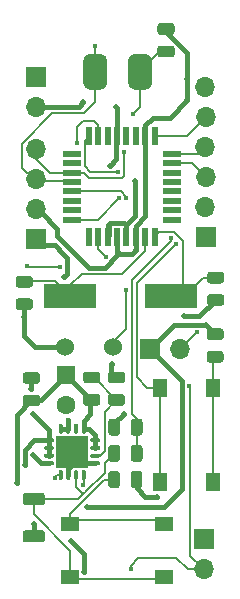
<source format=gbr>
%TF.GenerationSoftware,KiCad,Pcbnew,(5.1.10)-1*%
%TF.CreationDate,2021-06-07T16:12:12-04:00*%
%TF.ProjectId,Thermometre_IR,54686572-6d6f-46d6-9574-72655f49522e,rev?*%
%TF.SameCoordinates,Original*%
%TF.FileFunction,Copper,L1,Top*%
%TF.FilePolarity,Positive*%
%FSLAX46Y46*%
G04 Gerber Fmt 4.6, Leading zero omitted, Abs format (unit mm)*
G04 Created by KiCad (PCBNEW (5.1.10)-1) date 2021-06-07 16:12:12*
%MOMM*%
%LPD*%
G01*
G04 APERTURE LIST*
%TA.AperFunction,ComponentPad*%
%ADD10C,1.524000*%
%TD*%
%TA.AperFunction,ComponentPad*%
%ADD11C,1.600000*%
%TD*%
%TA.AperFunction,ComponentPad*%
%ADD12R,1.600000X1.600000*%
%TD*%
%TA.AperFunction,ComponentPad*%
%ADD13O,1.700000X1.700000*%
%TD*%
%TA.AperFunction,ComponentPad*%
%ADD14R,1.700000X1.700000*%
%TD*%
%TA.AperFunction,SMDPad,CuDef*%
%ADD15R,1.300000X1.550000*%
%TD*%
%TA.AperFunction,ComponentPad*%
%ADD16C,0.500000*%
%TD*%
%TA.AperFunction,SMDPad,CuDef*%
%ADD17R,2.700000X2.700000*%
%TD*%
%TA.AperFunction,SMDPad,CuDef*%
%ADD18R,1.600000X0.550000*%
%TD*%
%TA.AperFunction,SMDPad,CuDef*%
%ADD19R,0.550000X1.600000*%
%TD*%
%TA.AperFunction,SMDPad,CuDef*%
%ADD20R,1.550000X1.300000*%
%TD*%
%TA.AperFunction,SMDPad,CuDef*%
%ADD21R,4.500000X2.000000*%
%TD*%
%TA.AperFunction,ViaPad*%
%ADD22C,0.508000*%
%TD*%
%TA.AperFunction,ViaPad*%
%ADD23C,0.381000*%
%TD*%
%TA.AperFunction,Conductor*%
%ADD24C,0.203200*%
%TD*%
%TA.AperFunction,Conductor*%
%ADD25C,0.406400*%
%TD*%
G04 APERTURE END LIST*
D10*
%TO.P,J5,2*%
%TO.N,GND*%
X169082720Y-91292680D03*
%TO.P,J5,1*%
%TO.N,/D4*%
X173082720Y-91292680D03*
%TD*%
D11*
%TO.P,C10,2*%
%TO.N,GND*%
X169150000Y-96200000D03*
D12*
%TO.P,C10,1*%
%TO.N,Net-(C10-Pad1)*%
X169150000Y-93700000D03*
%TD*%
%TO.P,C11,2*%
%TO.N,GND*%
%TA.AperFunction,SMDPad,CuDef*%
G36*
G01*
X165699999Y-106825000D02*
X167100001Y-106825000D01*
G75*
G02*
X167350000Y-107074999I0J-249999D01*
G01*
X167350000Y-107625001D01*
G75*
G02*
X167100001Y-107875000I-249999J0D01*
G01*
X165699999Y-107875000D01*
G75*
G02*
X165450000Y-107625001I0J249999D01*
G01*
X165450000Y-107074999D01*
G75*
G02*
X165699999Y-106825000I249999J0D01*
G01*
G37*
%TD.AperFunction*%
%TO.P,C11,1*%
%TO.N,/Gestion_batterie_lipo/EN*%
%TA.AperFunction,SMDPad,CuDef*%
G36*
G01*
X165699999Y-103675000D02*
X167100001Y-103675000D01*
G75*
G02*
X167350000Y-103924999I0J-249999D01*
G01*
X167350000Y-104475001D01*
G75*
G02*
X167100001Y-104725000I-249999J0D01*
G01*
X165699999Y-104725000D01*
G75*
G02*
X165450000Y-104475001I0J249999D01*
G01*
X165450000Y-103924999D01*
G75*
G02*
X165699999Y-103675000I249999J0D01*
G01*
G37*
%TD.AperFunction*%
%TD*%
%TO.P,J1,2*%
%TO.N,/SDA*%
%TA.AperFunction,SMDPad,CuDef*%
G36*
G01*
X174400000Y-69028000D02*
X174400000Y-67028000D01*
G75*
G02*
X174900000Y-66528000I500000J0D01*
G01*
X175900000Y-66528000D01*
G75*
G02*
X176400000Y-67028000I0J-500000D01*
G01*
X176400000Y-69028000D01*
G75*
G02*
X175900000Y-69528000I-500000J0D01*
G01*
X174900000Y-69528000D01*
G75*
G02*
X174400000Y-69028000I0J500000D01*
G01*
G37*
%TD.AperFunction*%
%TO.P,J1,1*%
%TO.N,/SCL*%
%TA.AperFunction,SMDPad,CuDef*%
G36*
G01*
X170600000Y-69028000D02*
X170600000Y-67028000D01*
G75*
G02*
X171100000Y-66528000I500000J0D01*
G01*
X172100000Y-66528000D01*
G75*
G02*
X172600000Y-67028000I0J-500000D01*
G01*
X172600000Y-69028000D01*
G75*
G02*
X172100000Y-69528000I-500000J0D01*
G01*
X171100000Y-69528000D01*
G75*
G02*
X170600000Y-69028000I0J500000D01*
G01*
G37*
%TD.AperFunction*%
%TD*%
%TO.P,R16,2*%
%TO.N,/SDA*%
%TA.AperFunction,SMDPad,CuDef*%
G36*
G01*
X177125000Y-65800000D02*
X178075000Y-65800000D01*
G75*
G02*
X178325000Y-66050000I0J-250000D01*
G01*
X178325000Y-66550000D01*
G75*
G02*
X178075000Y-66800000I-250000J0D01*
G01*
X177125000Y-66800000D01*
G75*
G02*
X176875000Y-66550000I0J250000D01*
G01*
X176875000Y-66050000D01*
G75*
G02*
X177125000Y-65800000I250000J0D01*
G01*
G37*
%TD.AperFunction*%
%TO.P,R16,1*%
%TO.N,+5V*%
%TA.AperFunction,SMDPad,CuDef*%
G36*
G01*
X177125000Y-63900000D02*
X178075000Y-63900000D01*
G75*
G02*
X178325000Y-64150000I0J-250000D01*
G01*
X178325000Y-64650000D01*
G75*
G02*
X178075000Y-64900000I-250000J0D01*
G01*
X177125000Y-64900000D01*
G75*
G02*
X176875000Y-64650000I0J250000D01*
G01*
X176875000Y-64150000D01*
G75*
G02*
X177125000Y-63900000I250000J0D01*
G01*
G37*
%TD.AperFunction*%
%TD*%
D13*
%TO.P,J4,6*%
%TO.N,GND*%
X180900000Y-69300000D03*
%TO.P,J4,5*%
%TO.N,/SCK*%
X181000000Y-71840000D03*
%TO.P,J4,4*%
%TO.N,/Miso*%
X180900000Y-74380000D03*
%TO.P,J4,3*%
%TO.N,/Mosi*%
X181000000Y-76920000D03*
%TO.P,J4,2*%
%TO.N,/Reset*%
X180900000Y-79500000D03*
D14*
%TO.P,J4,1*%
%TO.N,+5V*%
X181000000Y-82000000D03*
%TD*%
D15*
%TO.P,SW1,2*%
%TO.N,/Reset*%
X177100000Y-94800000D03*
%TO.P,SW1,1*%
%TO.N,Net-(R1-Pad2)*%
X181600000Y-94800000D03*
X181600000Y-102760000D03*
%TO.P,SW1,2*%
%TO.N,/Reset*%
X177100000Y-102760000D03*
%TD*%
D13*
%TO.P,J7,2*%
%TO.N,GND*%
X166600000Y-71000000D03*
D14*
%TO.P,J7,1*%
%TO.N,Net-(D6-Pad2)*%
X166600000Y-68460000D03*
%TD*%
D16*
%TO.P,U2,17*%
%TO.N,GND*%
X168550000Y-101300000D03*
X168550000Y-100200000D03*
X168550000Y-99100000D03*
X169650000Y-101300000D03*
X169650000Y-100200000D03*
X169650000Y-99100000D03*
X170750000Y-101300000D03*
X170750000Y-100200000D03*
X170750000Y-99100000D03*
D17*
X169650000Y-100200000D03*
%TO.P,U2,16*%
%TO.N,Net-(C10-Pad1)*%
%TA.AperFunction,SMDPad,CuDef*%
G36*
G01*
X171287500Y-99050000D02*
X171937500Y-99050000D01*
G75*
G02*
X172025000Y-99137500I0J-87500D01*
G01*
X172025000Y-99312500D01*
G75*
G02*
X171937500Y-99400000I-87500J0D01*
G01*
X171287500Y-99400000D01*
G75*
G02*
X171200000Y-99312500I0J87500D01*
G01*
X171200000Y-99137500D01*
G75*
G02*
X171287500Y-99050000I87500J0D01*
G01*
G37*
%TD.AperFunction*%
%TO.P,U2,15*%
%TA.AperFunction,SMDPad,CuDef*%
G36*
G01*
X171287500Y-99700000D02*
X171937500Y-99700000D01*
G75*
G02*
X172025000Y-99787500I0J-87500D01*
G01*
X172025000Y-99962500D01*
G75*
G02*
X171937500Y-100050000I-87500J0D01*
G01*
X171287500Y-100050000D01*
G75*
G02*
X171200000Y-99962500I0J87500D01*
G01*
X171200000Y-99787500D01*
G75*
G02*
X171287500Y-99700000I87500J0D01*
G01*
G37*
%TD.AperFunction*%
%TO.P,U2,14*%
%TO.N,Net-(R6-Pad2)*%
%TA.AperFunction,SMDPad,CuDef*%
G36*
G01*
X171287500Y-100350000D02*
X171937500Y-100350000D01*
G75*
G02*
X172025000Y-100437500I0J-87500D01*
G01*
X172025000Y-100612500D01*
G75*
G02*
X171937500Y-100700000I-87500J0D01*
G01*
X171287500Y-100700000D01*
G75*
G02*
X171200000Y-100612500I0J87500D01*
G01*
X171200000Y-100437500D01*
G75*
G02*
X171287500Y-100350000I87500J0D01*
G01*
G37*
%TD.AperFunction*%
%TO.P,U2,13*%
%TO.N,GND*%
%TA.AperFunction,SMDPad,CuDef*%
G36*
G01*
X171287500Y-101000000D02*
X171937500Y-101000000D01*
G75*
G02*
X172025000Y-101087500I0J-87500D01*
G01*
X172025000Y-101262500D01*
G75*
G02*
X171937500Y-101350000I-87500J0D01*
G01*
X171287500Y-101350000D01*
G75*
G02*
X171200000Y-101262500I0J87500D01*
G01*
X171200000Y-101087500D01*
G75*
G02*
X171287500Y-101000000I87500J0D01*
G01*
G37*
%TD.AperFunction*%
%TO.P,U2,12*%
%TO.N,Net-(Q1-Pad1)*%
%TA.AperFunction,SMDPad,CuDef*%
G36*
G01*
X170537500Y-101750000D02*
X170712500Y-101750000D01*
G75*
G02*
X170800000Y-101837500I0J-87500D01*
G01*
X170800000Y-102487500D01*
G75*
G02*
X170712500Y-102575000I-87500J0D01*
G01*
X170537500Y-102575000D01*
G75*
G02*
X170450000Y-102487500I0J87500D01*
G01*
X170450000Y-101837500D01*
G75*
G02*
X170537500Y-101750000I87500J0D01*
G01*
G37*
%TD.AperFunction*%
%TO.P,U2,11*%
%TO.N,/Gestion_batterie_lipo/EN*%
%TA.AperFunction,SMDPad,CuDef*%
G36*
G01*
X169887500Y-101750000D02*
X170062500Y-101750000D01*
G75*
G02*
X170150000Y-101837500I0J-87500D01*
G01*
X170150000Y-102487500D01*
G75*
G02*
X170062500Y-102575000I-87500J0D01*
G01*
X169887500Y-102575000D01*
G75*
G02*
X169800000Y-102487500I0J87500D01*
G01*
X169800000Y-101837500D01*
G75*
G02*
X169887500Y-101750000I87500J0D01*
G01*
G37*
%TD.AperFunction*%
%TO.P,U2,10*%
%TO.N,GND*%
%TA.AperFunction,SMDPad,CuDef*%
G36*
G01*
X169237500Y-101750000D02*
X169412500Y-101750000D01*
G75*
G02*
X169500000Y-101837500I0J-87500D01*
G01*
X169500000Y-102487500D01*
G75*
G02*
X169412500Y-102575000I-87500J0D01*
G01*
X169237500Y-102575000D01*
G75*
G02*
X169150000Y-102487500I0J87500D01*
G01*
X169150000Y-101837500D01*
G75*
G02*
X169237500Y-101750000I87500J0D01*
G01*
G37*
%TD.AperFunction*%
%TO.P,U2,9*%
%TO.N,Net-(R2-Pad2)*%
%TA.AperFunction,SMDPad,CuDef*%
G36*
G01*
X168587500Y-101750000D02*
X168762500Y-101750000D01*
G75*
G02*
X168850000Y-101837500I0J-87500D01*
G01*
X168850000Y-102487500D01*
G75*
G02*
X168762500Y-102575000I-87500J0D01*
G01*
X168587500Y-102575000D01*
G75*
G02*
X168500000Y-102487500I0J87500D01*
G01*
X168500000Y-101837500D01*
G75*
G02*
X168587500Y-101750000I87500J0D01*
G01*
G37*
%TD.AperFunction*%
%TO.P,U2,8*%
%TO.N,+BATT*%
%TA.AperFunction,SMDPad,CuDef*%
G36*
G01*
X167362500Y-101000000D02*
X168012500Y-101000000D01*
G75*
G02*
X168100000Y-101087500I0J-87500D01*
G01*
X168100000Y-101262500D01*
G75*
G02*
X168012500Y-101350000I-87500J0D01*
G01*
X167362500Y-101350000D01*
G75*
G02*
X167275000Y-101262500I0J87500D01*
G01*
X167275000Y-101087500D01*
G75*
G02*
X167362500Y-101000000I87500J0D01*
G01*
G37*
%TD.AperFunction*%
%TO.P,U2,7*%
%TO.N,GND*%
%TA.AperFunction,SMDPad,CuDef*%
G36*
G01*
X167362500Y-100350000D02*
X168012500Y-100350000D01*
G75*
G02*
X168100000Y-100437500I0J-87500D01*
G01*
X168100000Y-100612500D01*
G75*
G02*
X168012500Y-100700000I-87500J0D01*
G01*
X167362500Y-100700000D01*
G75*
G02*
X167275000Y-100612500I0J87500D01*
G01*
X167275000Y-100437500D01*
G75*
G02*
X167362500Y-100350000I87500J0D01*
G01*
G37*
%TD.AperFunction*%
%TO.P,U2,6*%
%TA.AperFunction,SMDPad,CuDef*%
G36*
G01*
X167362500Y-99700000D02*
X168012500Y-99700000D01*
G75*
G02*
X168100000Y-99787500I0J-87500D01*
G01*
X168100000Y-99962500D01*
G75*
G02*
X168012500Y-100050000I-87500J0D01*
G01*
X167362500Y-100050000D01*
G75*
G02*
X167275000Y-99962500I0J87500D01*
G01*
X167275000Y-99787500D01*
G75*
G02*
X167362500Y-99700000I87500J0D01*
G01*
G37*
%TD.AperFunction*%
%TO.P,U2,5*%
%TA.AperFunction,SMDPad,CuDef*%
G36*
G01*
X167362500Y-99050000D02*
X168012500Y-99050000D01*
G75*
G02*
X168100000Y-99137500I0J-87500D01*
G01*
X168100000Y-99312500D01*
G75*
G02*
X168012500Y-99400000I-87500J0D01*
G01*
X167362500Y-99400000D01*
G75*
G02*
X167275000Y-99312500I0J87500D01*
G01*
X167275000Y-99137500D01*
G75*
G02*
X167362500Y-99050000I87500J0D01*
G01*
G37*
%TD.AperFunction*%
%TO.P,U2,4*%
%TO.N,Net-(L1-Pad2)*%
%TA.AperFunction,SMDPad,CuDef*%
G36*
G01*
X168587500Y-97825000D02*
X168762500Y-97825000D01*
G75*
G02*
X168850000Y-97912500I0J-87500D01*
G01*
X168850000Y-98562500D01*
G75*
G02*
X168762500Y-98650000I-87500J0D01*
G01*
X168587500Y-98650000D01*
G75*
G02*
X168500000Y-98562500I0J87500D01*
G01*
X168500000Y-97912500D01*
G75*
G02*
X168587500Y-97825000I87500J0D01*
G01*
G37*
%TD.AperFunction*%
%TO.P,U2,3*%
%TA.AperFunction,SMDPad,CuDef*%
G36*
G01*
X169237500Y-97825000D02*
X169412500Y-97825000D01*
G75*
G02*
X169500000Y-97912500I0J-87500D01*
G01*
X169500000Y-98562500D01*
G75*
G02*
X169412500Y-98650000I-87500J0D01*
G01*
X169237500Y-98650000D01*
G75*
G02*
X169150000Y-98562500I0J87500D01*
G01*
X169150000Y-97912500D01*
G75*
G02*
X169237500Y-97825000I87500J0D01*
G01*
G37*
%TD.AperFunction*%
%TO.P,U2,2*%
%TO.N,Net-(U2-Pad2)*%
%TA.AperFunction,SMDPad,CuDef*%
G36*
G01*
X169887500Y-97825000D02*
X170062500Y-97825000D01*
G75*
G02*
X170150000Y-97912500I0J-87500D01*
G01*
X170150000Y-98562500D01*
G75*
G02*
X170062500Y-98650000I-87500J0D01*
G01*
X169887500Y-98650000D01*
G75*
G02*
X169800000Y-98562500I0J87500D01*
G01*
X169800000Y-97912500D01*
G75*
G02*
X169887500Y-97825000I87500J0D01*
G01*
G37*
%TD.AperFunction*%
%TO.P,U2,1*%
%TO.N,Net-(C10-Pad1)*%
%TA.AperFunction,SMDPad,CuDef*%
G36*
G01*
X170537500Y-97825000D02*
X170712500Y-97825000D01*
G75*
G02*
X170800000Y-97912500I0J-87500D01*
G01*
X170800000Y-98562500D01*
G75*
G02*
X170712500Y-98650000I-87500J0D01*
G01*
X170537500Y-98650000D01*
G75*
G02*
X170450000Y-98562500I0J87500D01*
G01*
X170450000Y-97912500D01*
G75*
G02*
X170537500Y-97825000I87500J0D01*
G01*
G37*
%TD.AperFunction*%
%TD*%
D18*
%TO.P,U1,32*%
%TO.N,/D2_digital_io*%
X169600000Y-80550000D03*
%TO.P,U1,31*%
%TO.N,Net-(U1-Pad31)*%
X169600000Y-79750000D03*
%TO.P,U1,30*%
%TO.N,Net-(U1-Pad30)*%
X169600000Y-78950000D03*
%TO.P,U1,29*%
%TO.N,/Reset*%
X169600000Y-78150000D03*
%TO.P,U1,28*%
%TO.N,/SCL*%
X169600000Y-77350000D03*
%TO.P,U1,27*%
%TO.N,/SDA*%
X169600000Y-76550000D03*
%TO.P,U1,26*%
%TO.N,/A3*%
X169600000Y-75750000D03*
%TO.P,U1,25*%
%TO.N,/A2*%
X169600000Y-74950000D03*
D19*
%TO.P,U1,24*%
%TO.N,/A1*%
X171050000Y-73500000D03*
%TO.P,U1,23*%
%TO.N,/A0*%
X171850000Y-73500000D03*
%TO.P,U1,22*%
%TO.N,Net-(U1-Pad22)*%
X172650000Y-73500000D03*
%TO.P,U1,21*%
%TO.N,GND*%
X173450000Y-73500000D03*
%TO.P,U1,20*%
%TO.N,Net-(U1-Pad20)*%
X174250000Y-73500000D03*
%TO.P,U1,19*%
%TO.N,Net-(U1-Pad19)*%
X175050000Y-73500000D03*
%TO.P,U1,18*%
%TO.N,+5V*%
X175850000Y-73500000D03*
%TO.P,U1,17*%
%TO.N,/SCK*%
X176650000Y-73500000D03*
D18*
%TO.P,U1,16*%
%TO.N,/Miso*%
X178100000Y-74950000D03*
%TO.P,U1,15*%
%TO.N,/Mosi*%
X178100000Y-75750000D03*
%TO.P,U1,14*%
%TO.N,Net-(U1-Pad14)*%
X178100000Y-76550000D03*
%TO.P,U1,13*%
%TO.N,Net-(U1-Pad13)*%
X178100000Y-77350000D03*
%TO.P,U1,12*%
%TO.N,Net-(U1-Pad12)*%
X178100000Y-78150000D03*
%TO.P,U1,11*%
%TO.N,Net-(U1-Pad11)*%
X178100000Y-78950000D03*
%TO.P,U1,10*%
%TO.N,Net-(U1-Pad10)*%
X178100000Y-79750000D03*
%TO.P,U1,9*%
%TO.N,Net-(U1-Pad9)*%
X178100000Y-80550000D03*
D19*
%TO.P,U1,8*%
%TO.N,/XTAL2*%
X176650000Y-82000000D03*
%TO.P,U1,7*%
%TO.N,/XTAL1*%
X175850000Y-82000000D03*
%TO.P,U1,6*%
%TO.N,+5V*%
X175050000Y-82000000D03*
%TO.P,U1,5*%
%TO.N,GND*%
X174250000Y-82000000D03*
%TO.P,U1,4*%
%TO.N,+5V*%
X173450000Y-82000000D03*
%TO.P,U1,3*%
%TO.N,GND*%
X172650000Y-82000000D03*
%TO.P,U1,2*%
%TO.N,/D4*%
X171850000Y-82000000D03*
%TO.P,U1,1*%
%TO.N,/D3*%
X171050000Y-82000000D03*
%TD*%
D20*
%TO.P,SW2,2*%
%TO.N,/Gestion_batterie_lipo/EN*%
X169440000Y-110800000D03*
%TO.P,SW2,1*%
%TO.N,Net-(R4-Pad2)*%
X169440000Y-106300000D03*
X177400000Y-106300000D03*
%TO.P,SW2,2*%
%TO.N,/Gestion_batterie_lipo/EN*%
X177400000Y-110800000D03*
%TD*%
%TO.P,R14,2*%
%TO.N,GND*%
%TA.AperFunction,SMDPad,CuDef*%
G36*
G01*
X173706000Y-97632500D02*
X173706000Y-98582500D01*
G75*
G02*
X173456000Y-98832500I-250000J0D01*
G01*
X172956000Y-98832500D01*
G75*
G02*
X172706000Y-98582500I0J250000D01*
G01*
X172706000Y-97632500D01*
G75*
G02*
X172956000Y-97382500I250000J0D01*
G01*
X173456000Y-97382500D01*
G75*
G02*
X173706000Y-97632500I0J-250000D01*
G01*
G37*
%TD.AperFunction*%
%TO.P,R14,1*%
%TO.N,/A1*%
%TA.AperFunction,SMDPad,CuDef*%
G36*
G01*
X175606000Y-97632500D02*
X175606000Y-98582500D01*
G75*
G02*
X175356000Y-98832500I-250000J0D01*
G01*
X174856000Y-98832500D01*
G75*
G02*
X174606000Y-98582500I0J250000D01*
G01*
X174606000Y-97632500D01*
G75*
G02*
X174856000Y-97382500I250000J0D01*
G01*
X175356000Y-97382500D01*
G75*
G02*
X175606000Y-97632500I0J-250000D01*
G01*
G37*
%TD.AperFunction*%
%TD*%
%TO.P,R13,2*%
%TO.N,/A1*%
%TA.AperFunction,SMDPad,CuDef*%
G36*
G01*
X174606000Y-100805000D02*
X174606000Y-99855000D01*
G75*
G02*
X174856000Y-99605000I250000J0D01*
G01*
X175356000Y-99605000D01*
G75*
G02*
X175606000Y-99855000I0J-250000D01*
G01*
X175606000Y-100805000D01*
G75*
G02*
X175356000Y-101055000I-250000J0D01*
G01*
X174856000Y-101055000D01*
G75*
G02*
X174606000Y-100805000I0J250000D01*
G01*
G37*
%TD.AperFunction*%
%TO.P,R13,1*%
%TO.N,/Gestion_batterie_lipo/EN*%
%TA.AperFunction,SMDPad,CuDef*%
G36*
G01*
X172706000Y-100805000D02*
X172706000Y-99855000D01*
G75*
G02*
X172956000Y-99605000I250000J0D01*
G01*
X173456000Y-99605000D01*
G75*
G02*
X173706000Y-99855000I0J-250000D01*
G01*
X173706000Y-100805000D01*
G75*
G02*
X173456000Y-101055000I-250000J0D01*
G01*
X172956000Y-101055000D01*
G75*
G02*
X172706000Y-100805000I0J250000D01*
G01*
G37*
%TD.AperFunction*%
%TD*%
%TO.P,R7,2*%
%TO.N,GND*%
%TA.AperFunction,SMDPad,CuDef*%
G36*
G01*
X173875000Y-94400000D02*
X172925000Y-94400000D01*
G75*
G02*
X172675000Y-94150000I0J250000D01*
G01*
X172675000Y-93650000D01*
G75*
G02*
X172925000Y-93400000I250000J0D01*
G01*
X173875000Y-93400000D01*
G75*
G02*
X174125000Y-93650000I0J-250000D01*
G01*
X174125000Y-94150000D01*
G75*
G02*
X173875000Y-94400000I-250000J0D01*
G01*
G37*
%TD.AperFunction*%
%TO.P,R7,1*%
%TO.N,Net-(R6-Pad2)*%
%TA.AperFunction,SMDPad,CuDef*%
G36*
G01*
X173875000Y-96300000D02*
X172925000Y-96300000D01*
G75*
G02*
X172675000Y-96050000I0J250000D01*
G01*
X172675000Y-95550000D01*
G75*
G02*
X172925000Y-95300000I250000J0D01*
G01*
X173875000Y-95300000D01*
G75*
G02*
X174125000Y-95550000I0J-250000D01*
G01*
X174125000Y-96050000D01*
G75*
G02*
X173875000Y-96300000I-250000J0D01*
G01*
G37*
%TD.AperFunction*%
%TD*%
%TO.P,R6,2*%
%TO.N,Net-(R6-Pad2)*%
%TA.AperFunction,SMDPad,CuDef*%
G36*
G01*
X171775000Y-94400000D02*
X170825000Y-94400000D01*
G75*
G02*
X170575000Y-94150000I0J250000D01*
G01*
X170575000Y-93650000D01*
G75*
G02*
X170825000Y-93400000I250000J0D01*
G01*
X171775000Y-93400000D01*
G75*
G02*
X172025000Y-93650000I0J-250000D01*
G01*
X172025000Y-94150000D01*
G75*
G02*
X171775000Y-94400000I-250000J0D01*
G01*
G37*
%TD.AperFunction*%
%TO.P,R6,1*%
%TO.N,Net-(C10-Pad1)*%
%TA.AperFunction,SMDPad,CuDef*%
G36*
G01*
X171775000Y-96300000D02*
X170825000Y-96300000D01*
G75*
G02*
X170575000Y-96050000I0J250000D01*
G01*
X170575000Y-95550000D01*
G75*
G02*
X170825000Y-95300000I250000J0D01*
G01*
X171775000Y-95300000D01*
G75*
G02*
X172025000Y-95550000I0J-250000D01*
G01*
X172025000Y-96050000D01*
G75*
G02*
X171775000Y-96300000I-250000J0D01*
G01*
G37*
%TD.AperFunction*%
%TD*%
%TO.P,R4,2*%
%TO.N,Net-(R4-Pad2)*%
%TA.AperFunction,SMDPad,CuDef*%
G36*
G01*
X173700000Y-102075000D02*
X173700000Y-103025000D01*
G75*
G02*
X173450000Y-103275000I-250000J0D01*
G01*
X172950000Y-103275000D01*
G75*
G02*
X172700000Y-103025000I0J250000D01*
G01*
X172700000Y-102075000D01*
G75*
G02*
X172950000Y-101825000I250000J0D01*
G01*
X173450000Y-101825000D01*
G75*
G02*
X173700000Y-102075000I0J-250000D01*
G01*
G37*
%TD.AperFunction*%
%TO.P,R4,1*%
%TO.N,+BATT*%
%TA.AperFunction,SMDPad,CuDef*%
G36*
G01*
X175600000Y-102075000D02*
X175600000Y-103025000D01*
G75*
G02*
X175350000Y-103275000I-250000J0D01*
G01*
X174850000Y-103275000D01*
G75*
G02*
X174600000Y-103025000I0J250000D01*
G01*
X174600000Y-102075000D01*
G75*
G02*
X174850000Y-101825000I250000J0D01*
G01*
X175350000Y-101825000D01*
G75*
G02*
X175600000Y-102075000I0J-250000D01*
G01*
G37*
%TD.AperFunction*%
%TD*%
%TO.P,R1,2*%
%TO.N,Net-(R1-Pad2)*%
%TA.AperFunction,SMDPad,CuDef*%
G36*
G01*
X181275000Y-91650000D02*
X182225000Y-91650000D01*
G75*
G02*
X182475000Y-91900000I0J-250000D01*
G01*
X182475000Y-92400000D01*
G75*
G02*
X182225000Y-92650000I-250000J0D01*
G01*
X181275000Y-92650000D01*
G75*
G02*
X181025000Y-92400000I0J250000D01*
G01*
X181025000Y-91900000D01*
G75*
G02*
X181275000Y-91650000I250000J0D01*
G01*
G37*
%TD.AperFunction*%
%TO.P,R1,1*%
%TO.N,+5V*%
%TA.AperFunction,SMDPad,CuDef*%
G36*
G01*
X181275000Y-89750000D02*
X182225000Y-89750000D01*
G75*
G02*
X182475000Y-90000000I0J-250000D01*
G01*
X182475000Y-90500000D01*
G75*
G02*
X182225000Y-90750000I-250000J0D01*
G01*
X181275000Y-90750000D01*
G75*
G02*
X181025000Y-90500000I0J250000D01*
G01*
X181025000Y-90000000D01*
G75*
G02*
X181275000Y-89750000I250000J0D01*
G01*
G37*
%TD.AperFunction*%
%TD*%
D13*
%TO.P,J6,2*%
%TO.N,Net-(C8-Pad1)*%
X180800000Y-110140000D03*
D14*
%TO.P,J6,1*%
%TO.N,GND*%
X180800000Y-107600000D03*
%TD*%
D13*
%TO.P,J3,2*%
%TO.N,Net-(J3-Pad2)*%
X178790000Y-91500000D03*
D14*
%TO.P,J3,1*%
%TO.N,+5V*%
X176250000Y-91500000D03*
%TD*%
D13*
%TO.P,J2,4*%
%TO.N,/SDA*%
X166600000Y-74600000D03*
%TO.P,J2,3*%
%TO.N,/SCL*%
X166600000Y-77140000D03*
%TO.P,J2,2*%
%TO.N,+5V*%
X166600000Y-79680000D03*
D14*
%TO.P,J2,1*%
%TO.N,GND*%
X166600000Y-82220000D03*
%TD*%
%TO.P,C9,2*%
%TO.N,GND*%
%TA.AperFunction,SMDPad,CuDef*%
G36*
G01*
X166675000Y-94450000D02*
X165725000Y-94450000D01*
G75*
G02*
X165475000Y-94200000I0J250000D01*
G01*
X165475000Y-93700000D01*
G75*
G02*
X165725000Y-93450000I250000J0D01*
G01*
X166675000Y-93450000D01*
G75*
G02*
X166925000Y-93700000I0J-250000D01*
G01*
X166925000Y-94200000D01*
G75*
G02*
X166675000Y-94450000I-250000J0D01*
G01*
G37*
%TD.AperFunction*%
%TO.P,C9,1*%
%TO.N,Net-(C10-Pad1)*%
%TA.AperFunction,SMDPad,CuDef*%
G36*
G01*
X166675000Y-96350000D02*
X165725000Y-96350000D01*
G75*
G02*
X165475000Y-96100000I0J250000D01*
G01*
X165475000Y-95600000D01*
G75*
G02*
X165725000Y-95350000I250000J0D01*
G01*
X166675000Y-95350000D01*
G75*
G02*
X166925000Y-95600000I0J-250000D01*
G01*
X166925000Y-96100000D01*
G75*
G02*
X166675000Y-96350000I-250000J0D01*
G01*
G37*
%TD.AperFunction*%
%TD*%
%TO.P,C2,2*%
%TO.N,GND*%
%TA.AperFunction,SMDPad,CuDef*%
G36*
G01*
X181325000Y-86850000D02*
X182275000Y-86850000D01*
G75*
G02*
X182525000Y-87100000I0J-250000D01*
G01*
X182525000Y-87600000D01*
G75*
G02*
X182275000Y-87850000I-250000J0D01*
G01*
X181325000Y-87850000D01*
G75*
G02*
X181075000Y-87600000I0J250000D01*
G01*
X181075000Y-87100000D01*
G75*
G02*
X181325000Y-86850000I250000J0D01*
G01*
G37*
%TD.AperFunction*%
%TO.P,C2,1*%
%TO.N,/XTAL2*%
%TA.AperFunction,SMDPad,CuDef*%
G36*
G01*
X181325000Y-84950000D02*
X182275000Y-84950000D01*
G75*
G02*
X182525000Y-85200000I0J-250000D01*
G01*
X182525000Y-85700000D01*
G75*
G02*
X182275000Y-85950000I-250000J0D01*
G01*
X181325000Y-85950000D01*
G75*
G02*
X181075000Y-85700000I0J250000D01*
G01*
X181075000Y-85200000D01*
G75*
G02*
X181325000Y-84950000I250000J0D01*
G01*
G37*
%TD.AperFunction*%
%TD*%
%TO.P,C1,2*%
%TO.N,GND*%
%TA.AperFunction,SMDPad,CuDef*%
G36*
G01*
X165125000Y-87200000D02*
X166075000Y-87200000D01*
G75*
G02*
X166325000Y-87450000I0J-250000D01*
G01*
X166325000Y-87950000D01*
G75*
G02*
X166075000Y-88200000I-250000J0D01*
G01*
X165125000Y-88200000D01*
G75*
G02*
X164875000Y-87950000I0J250000D01*
G01*
X164875000Y-87450000D01*
G75*
G02*
X165125000Y-87200000I250000J0D01*
G01*
G37*
%TD.AperFunction*%
%TO.P,C1,1*%
%TO.N,/XTAL1*%
%TA.AperFunction,SMDPad,CuDef*%
G36*
G01*
X165125000Y-85300000D02*
X166075000Y-85300000D01*
G75*
G02*
X166325000Y-85550000I0J-250000D01*
G01*
X166325000Y-86050000D01*
G75*
G02*
X166075000Y-86300000I-250000J0D01*
G01*
X165125000Y-86300000D01*
G75*
G02*
X164875000Y-86050000I0J250000D01*
G01*
X164875000Y-85550000D01*
G75*
G02*
X165125000Y-85300000I250000J0D01*
G01*
G37*
%TD.AperFunction*%
%TD*%
D21*
%TO.P,8MHz1,1*%
%TO.N,/XTAL1*%
X169500000Y-87000000D03*
%TO.P,8MHz1,2*%
%TO.N,/XTAL2*%
X178000000Y-87000000D03*
%TD*%
D22*
%TO.N,GND*%
X166300000Y-96975000D03*
X179125000Y-88725000D03*
X173000000Y-92800000D03*
X174000000Y-97000000D03*
X168913621Y-83407167D03*
X169000000Y-85400000D03*
X165599996Y-88800000D03*
X173400000Y-71000000D03*
X170600000Y-70600000D03*
X170669022Y-110400000D03*
X165657210Y-101343594D03*
X166400000Y-106350000D03*
X166190000Y-94860000D03*
X169520000Y-107720000D03*
X172875000Y-75965080D03*
X174975310Y-77270817D03*
%TO.N,+5V*%
X179400000Y-68600000D03*
X180962501Y-89462501D03*
X179400000Y-70450000D03*
X175052989Y-83147011D03*
X170909006Y-104833445D03*
%TO.N,+BATT*%
X166320395Y-100479605D03*
X176800000Y-103989002D03*
D23*
%TO.N,Net-(C8-Pad1)*%
X174600000Y-110107890D03*
X179568710Y-94600000D03*
D22*
%TO.N,Net-(C10-Pad1)*%
X165000000Y-102831181D03*
D23*
%TO.N,/SDA*%
X174025000Y-74806290D03*
X174800000Y-71600000D03*
%TO.N,/SCL*%
X171600000Y-65800000D03*
%TO.N,Net-(J3-Pad2)*%
X180247968Y-90093711D03*
%TO.N,/Reset*%
X178435569Y-82606300D03*
X174244000Y-78740000D03*
%TO.N,/D4*%
X172481224Y-83679142D03*
X174203078Y-86506280D03*
%TO.N,Net-(L1-Pad2)*%
X169325000Y-97475000D03*
%TO.N,Net-(Q1-Pad1)*%
X170600000Y-103009480D03*
%TO.N,Net-(R2-Pad2)*%
X168200000Y-102400000D03*
%TO.N,Net-(R9-Pad2)*%
X168643798Y-84542856D03*
X165799998Y-84500000D03*
%TO.N,/A0*%
X170027600Y-74066400D03*
%TO.N,/A1*%
X178000000Y-82107890D03*
X173505526Y-76520690D03*
%TO.N,/D2_digital_io*%
X173612213Y-78745372D03*
%TD*%
D24*
%TO.N,/XTAL1*%
X168200000Y-85700000D02*
X169500000Y-87000000D01*
X165700000Y-85700000D02*
X168200000Y-85700000D01*
X165600000Y-85800000D02*
X165700000Y-85700000D01*
X169500000Y-86100000D02*
X170495189Y-85104811D01*
X175825000Y-82025000D02*
X175850000Y-82000000D01*
X169500000Y-87000000D02*
X169500000Y-86100000D01*
X170495189Y-85104811D02*
X173895189Y-85104811D01*
X173895189Y-85104811D02*
X175825000Y-83175000D01*
X175825000Y-83175000D02*
X175825000Y-82025000D01*
%TO.N,/XTAL2*%
X179200000Y-87000000D02*
X178000000Y-87000000D01*
X181800000Y-85450000D02*
X180750000Y-85450000D01*
X180750000Y-85450000D02*
X179200000Y-87000000D01*
X177034212Y-81615788D02*
X176650000Y-82000000D01*
X179000000Y-82379578D02*
X178236210Y-81615788D01*
X178000000Y-87000000D02*
X179000000Y-86000000D01*
X179000000Y-86000000D02*
X179000000Y-82379578D01*
X178236210Y-81615788D02*
X177034212Y-81615788D01*
D25*
%TO.N,GND*%
X167687500Y-99225000D02*
X167687500Y-99875000D01*
X167687500Y-99875000D02*
X167687500Y-100525000D01*
X180425000Y-88725000D02*
X179125000Y-88725000D01*
X181800000Y-87350000D02*
X180425000Y-88725000D01*
X172650000Y-80999238D02*
X172650000Y-82000000D01*
X172852439Y-80796799D02*
X172650000Y-80999238D01*
X174047561Y-80796799D02*
X172852439Y-80796799D01*
X174250000Y-80999238D02*
X174047561Y-80796799D01*
X174250000Y-82000000D02*
X174250000Y-80999238D01*
X172950000Y-92850000D02*
X173000000Y-92800000D01*
X172950000Y-93900000D02*
X172950000Y-92850000D01*
X173206000Y-97794000D02*
X174000000Y-97000000D01*
X173206000Y-98107500D02*
X173206000Y-97794000D01*
X169325000Y-101625000D02*
X169650000Y-101300000D01*
X169325000Y-102162500D02*
X169325000Y-101625000D01*
X170875000Y-101175000D02*
X170750000Y-101300000D01*
X171612500Y-101175000D02*
X170875000Y-101175000D01*
X169253999Y-83747545D02*
X168913621Y-83407167D01*
X169253999Y-85146001D02*
X169253999Y-83747545D01*
X169000000Y-85400000D02*
X169253999Y-85146001D01*
X168907167Y-83407167D02*
X168913621Y-83407167D01*
X168200000Y-82700000D02*
X168907167Y-83407167D01*
X167080000Y-82700000D02*
X168200000Y-82700000D01*
X166600000Y-82220000D02*
X167080000Y-82700000D01*
X165600000Y-88799996D02*
X165599996Y-88800000D01*
X165600000Y-87700000D02*
X165600000Y-88799996D01*
X166600000Y-71000000D02*
X166600000Y-70921322D01*
X173450000Y-73500000D02*
X173450000Y-71050000D01*
X173450000Y-71050000D02*
X173400000Y-71000000D01*
X166600000Y-71000000D02*
X170200000Y-71000000D01*
X170200000Y-71000000D02*
X170600000Y-70600000D01*
X167687500Y-99225000D02*
X167687500Y-98362500D01*
X167687500Y-98362500D02*
X166300000Y-96975000D01*
X167687500Y-99225000D02*
X166450000Y-99225000D01*
X166450000Y-99225000D02*
X165657210Y-100017790D01*
X165657210Y-100017790D02*
X165657210Y-101343594D01*
X166400000Y-107350000D02*
X166400000Y-106350000D01*
X166200000Y-93950000D02*
X166200000Y-94850000D01*
X166200000Y-94850000D02*
X166190000Y-94860000D01*
X170669022Y-110400000D02*
X170669022Y-108869022D01*
X170669022Y-108869022D02*
X169520000Y-107720000D01*
X169082720Y-91292680D02*
X166507160Y-91292680D01*
X165599996Y-90385516D02*
X165599996Y-88800000D01*
X166507160Y-91292680D02*
X165599996Y-90385516D01*
X172771799Y-80877439D02*
X172852439Y-80796799D01*
X172771799Y-81878201D02*
X172771799Y-80877439D01*
X172650000Y-82000000D02*
X172771799Y-81878201D01*
X173450000Y-73500000D02*
X173400000Y-73550000D01*
X173400000Y-75440080D02*
X172875000Y-75965080D01*
X173400000Y-73550000D02*
X173400000Y-75440080D01*
X174975310Y-77630027D02*
X174975310Y-77270817D01*
X174975310Y-80273928D02*
X174975310Y-77630027D01*
X174250000Y-80999238D02*
X174975310Y-80273928D01*
%TO.N,+5V*%
X181750000Y-90250000D02*
X180962501Y-89462501D01*
X176475008Y-71925000D02*
X177450000Y-71925000D01*
X175850000Y-72550008D02*
X176475008Y-71925000D01*
X175850000Y-73500000D02*
X175850000Y-72550008D01*
X177925000Y-71925000D02*
X177450000Y-71925000D01*
X179400000Y-70450000D02*
X177925000Y-71925000D01*
X179400000Y-68600000D02*
X179400000Y-70450000D01*
X175050000Y-83144022D02*
X175052989Y-83147011D01*
X175050000Y-82000000D02*
X175050000Y-83144022D01*
X174750000Y-83450000D02*
X175052989Y-83147011D01*
X173693600Y-83450000D02*
X174750000Y-83450000D01*
X173450000Y-83206400D02*
X173693600Y-83450000D01*
X173450000Y-82000000D02*
X173450000Y-83206400D01*
X173450000Y-83550000D02*
X173450000Y-82000000D01*
X171044837Y-84600000D02*
X172400000Y-84600000D01*
X168400000Y-81955163D02*
X171044837Y-84600000D01*
X166980000Y-79880000D02*
X168400000Y-81300000D01*
X166600000Y-79880000D02*
X166980000Y-79880000D01*
X168400000Y-81300000D02*
X168400000Y-81955163D01*
X172400000Y-84600000D02*
X173450000Y-83550000D01*
X178287499Y-89462501D02*
X180962501Y-89462501D01*
X178287499Y-89462501D02*
X176250000Y-91500000D01*
X177600000Y-64651220D02*
X177600000Y-64400000D01*
X179400000Y-66451220D02*
X177600000Y-64651220D01*
X179400000Y-68600000D02*
X179400000Y-66451220D01*
X178975000Y-94225000D02*
X176250000Y-91500000D01*
X178975000Y-103325000D02*
X178975000Y-94225000D01*
X177466555Y-104833445D02*
X178975000Y-103325000D01*
X170909006Y-104833445D02*
X177466555Y-104833445D01*
X175050000Y-81056832D02*
X175050000Y-82000000D01*
X175850000Y-73500000D02*
X175850000Y-80256832D01*
X175850000Y-80256832D02*
X175050000Y-81056832D01*
%TO.N,+BATT*%
X167015790Y-101175000D02*
X166320395Y-100479605D01*
X167687500Y-101175000D02*
X167015790Y-101175000D01*
X175814002Y-103989002D02*
X176800000Y-103989002D01*
X175100000Y-103275000D02*
X175814002Y-103989002D01*
X175100000Y-102550000D02*
X175100000Y-103275000D01*
D24*
%TO.N,Net-(C8-Pad1)*%
X174600000Y-109838483D02*
X174600000Y-110107890D01*
X175238483Y-109200000D02*
X174600000Y-109838483D01*
X178475000Y-109200000D02*
X175238483Y-109200000D01*
X179425000Y-110150000D02*
X178475000Y-109200000D01*
X180790000Y-110150000D02*
X179425000Y-110150000D01*
X180800000Y-110140000D02*
X180790000Y-110150000D01*
X180800000Y-110140000D02*
X179648399Y-108988399D01*
X179648399Y-108988399D02*
X179648399Y-94679689D01*
X179648399Y-94679689D02*
X179568710Y-94600000D01*
D25*
%TO.N,Net-(C10-Pad1)*%
X171612500Y-98736738D02*
X171612500Y-99225000D01*
X171113262Y-98237500D02*
X171612500Y-98736738D01*
X170625000Y-98237500D02*
X171113262Y-98237500D01*
X171612500Y-99225000D02*
X171612500Y-99875000D01*
X170625000Y-98237500D02*
X170625000Y-97575000D01*
X171200000Y-97000000D02*
X171200000Y-95850000D01*
X170625000Y-97575000D02*
X171200000Y-97000000D01*
X167000000Y-95850000D02*
X169150000Y-93700000D01*
X166200000Y-95850000D02*
X167000000Y-95850000D01*
X171200000Y-95750000D02*
X169150000Y-93700000D01*
X171200000Y-95850000D02*
X171200000Y-95750000D01*
X165000000Y-97050000D02*
X165000000Y-102831181D01*
X166200000Y-95850000D02*
X165000000Y-97050000D01*
D24*
%TO.N,/Gestion_batterie_lipo/EN*%
X173217000Y-100341000D02*
X173206000Y-100330000D01*
X169540000Y-110600000D02*
X169895603Y-110955603D01*
X169895603Y-110955603D02*
X176944397Y-110955603D01*
X176944397Y-110955603D02*
X177400000Y-110500000D01*
X172398390Y-101137610D02*
X173206000Y-100330000D01*
X172398390Y-101951610D02*
X172398390Y-101137610D01*
X166500000Y-104100000D02*
X166400000Y-104200000D01*
X166400000Y-104200000D02*
X170150000Y-104200000D01*
X170725000Y-103625000D02*
X172398390Y-101951610D01*
X170650000Y-103700000D02*
X170725000Y-103625000D01*
X169975000Y-103175000D02*
X170575000Y-103775000D01*
X169975000Y-102162500D02*
X169975000Y-103175000D01*
X170575000Y-103775000D02*
X170725000Y-103625000D01*
X170150000Y-104200000D02*
X170575000Y-103775000D01*
X169480000Y-108580000D02*
X166400000Y-105500000D01*
X169440000Y-110800000D02*
X169480000Y-110760000D01*
X166400000Y-105500000D02*
X166400000Y-104200000D01*
X169480000Y-110760000D02*
X169480000Y-108580000D01*
%TO.N,/SDA*%
X166600000Y-75400000D02*
X166600000Y-74800000D01*
X167750000Y-76550000D02*
X166600000Y-75400000D01*
X169600000Y-76550000D02*
X167750000Y-76550000D01*
X177128000Y-66300000D02*
X177600000Y-66300000D01*
X175400000Y-68028000D02*
X177128000Y-66300000D01*
X175400000Y-68028000D02*
X175400000Y-71000000D01*
X175400000Y-71000000D02*
X174800000Y-71600000D01*
X173837600Y-77012800D02*
X174025000Y-76825400D01*
X174025000Y-76825400D02*
X174025000Y-74806290D01*
X170653862Y-76550000D02*
X171116662Y-77012800D01*
X169600000Y-76550000D02*
X170653862Y-76550000D01*
X171116662Y-77012800D02*
X173837600Y-77012800D01*
%TO.N,/SCL*%
X169550000Y-77300000D02*
X169600000Y-77350000D01*
X165400000Y-74097815D02*
X165400000Y-76140000D01*
X166560000Y-77300000D02*
X169550000Y-77300000D01*
X165400000Y-76140000D02*
X166560000Y-77300000D01*
X167948908Y-71548908D02*
X165400000Y-74097815D01*
X167948908Y-71548908D02*
X170651092Y-71548908D01*
X171600000Y-70600000D02*
X171600000Y-68028000D01*
X170651092Y-71548908D02*
X171600000Y-70600000D01*
X171600000Y-68028000D02*
X171600000Y-65800000D01*
%TO.N,Net-(J3-Pad2)*%
X180196289Y-90093711D02*
X180247968Y-90093711D01*
X178790000Y-91500000D02*
X180196289Y-90093711D01*
%TO.N,/SCK*%
X179340000Y-73500000D02*
X176650000Y-73500000D01*
X181000000Y-71840000D02*
X179340000Y-73500000D01*
%TO.N,/Miso*%
X178150000Y-75000000D02*
X178100000Y-74950000D01*
X180280000Y-75000000D02*
X178150000Y-75000000D01*
X180900000Y-74380000D02*
X180280000Y-75000000D01*
%TO.N,/Mosi*%
X179830000Y-75750000D02*
X178100000Y-75750000D01*
X181000000Y-76920000D02*
X179830000Y-75750000D01*
%TO.N,/Reset*%
X177100000Y-94800000D02*
X177100000Y-102760000D01*
X176000000Y-94800000D02*
X175098399Y-93898399D01*
X175098399Y-93898399D02*
X175098399Y-85943470D01*
X175098399Y-85943470D02*
X178245070Y-82796799D01*
X178245070Y-82796799D02*
X178435569Y-82606300D01*
X177100000Y-94800000D02*
X176000000Y-94800000D01*
X174244000Y-78638400D02*
X174244000Y-78740000D01*
X173755600Y-78150000D02*
X174244000Y-78638400D01*
X169600000Y-78150000D02*
X173755600Y-78150000D01*
%TO.N,/D4*%
X172800000Y-91200000D02*
X172800000Y-91400000D01*
X171850000Y-82000000D02*
X171850000Y-83047918D01*
X171850000Y-83047918D02*
X172481224Y-83679142D01*
X174200000Y-89800000D02*
X174200000Y-86509358D01*
X172800000Y-91200000D02*
X174200000Y-89800000D01*
X174200000Y-86509358D02*
X174203078Y-86506280D01*
D25*
%TO.N,Net-(L1-Pad2)*%
X169325000Y-98237500D02*
X168675000Y-98237500D01*
X169325000Y-98237500D02*
X169325000Y-97475000D01*
D24*
%TO.N,Net-(Q1-Pad1)*%
X170625000Y-102162500D02*
X170625000Y-102984480D01*
X170625000Y-102984480D02*
X170600000Y-103009480D01*
%TO.N,Net-(R1-Pad2)*%
X181600000Y-102760000D02*
X181600000Y-94800000D01*
X181600000Y-92300000D02*
X181750000Y-92150000D01*
X181600000Y-94800000D02*
X181600000Y-92300000D01*
%TO.N,Net-(R2-Pad2)*%
X168337500Y-102162500D02*
X168100000Y-102400000D01*
X168675000Y-102162500D02*
X168337500Y-102162500D01*
%TO.N,Net-(R4-Pad2)*%
X169440000Y-106000000D02*
X168900000Y-106000000D01*
X177400000Y-106000000D02*
X169440000Y-106000000D01*
X169440000Y-106300000D02*
X169440000Y-105480226D01*
X169440000Y-105480226D02*
X172370226Y-102550000D01*
X172370226Y-102550000D02*
X173200000Y-102550000D01*
%TO.N,Net-(R6-Pad2)*%
X172025000Y-100525000D02*
X172404390Y-100145610D01*
X171612500Y-100525000D02*
X172025000Y-100525000D01*
X172404390Y-96795610D02*
X173400000Y-95800000D01*
X172404390Y-97395610D02*
X172404390Y-96795610D01*
X172404390Y-100145610D02*
X172404390Y-97395610D01*
X171550000Y-93950000D02*
X171200000Y-93950000D01*
X173400000Y-95800000D02*
X171550000Y-93950000D01*
%TO.N,Net-(R9-Pad2)*%
X165842854Y-84542856D02*
X168643798Y-84542856D01*
X165799998Y-84500000D02*
X165842854Y-84542856D01*
%TO.N,/A0*%
X170027600Y-72694800D02*
X170027600Y-74066400D01*
X170535600Y-72186800D02*
X170027600Y-72694800D01*
X171500800Y-72186800D02*
X170535600Y-72186800D01*
X171850000Y-72536000D02*
X171500800Y-72186800D01*
X171850000Y-73500000D02*
X171850000Y-72536000D01*
%TO.N,/A1*%
X175106000Y-98107500D02*
X175106000Y-100330000D01*
X174695188Y-85682109D02*
X178000000Y-82377297D01*
X178000000Y-82377297D02*
X178000000Y-82107890D01*
X174695188Y-96971688D02*
X174695188Y-85682109D01*
X175106000Y-97382500D02*
X174695188Y-96971688D01*
X175106000Y-98107500D02*
X175106000Y-97382500D01*
X170701601Y-76027513D02*
X171194778Y-76520690D01*
X171194778Y-76520690D02*
X173505526Y-76520690D01*
X170701601Y-73848399D02*
X170701601Y-76027513D01*
X171050000Y-73500000D02*
X170701601Y-73848399D01*
%TO.N,/D2_digital_io*%
X171807585Y-80550000D02*
X173612213Y-78745372D01*
X169600000Y-80550000D02*
X171807585Y-80550000D01*
%TD*%
M02*

</source>
